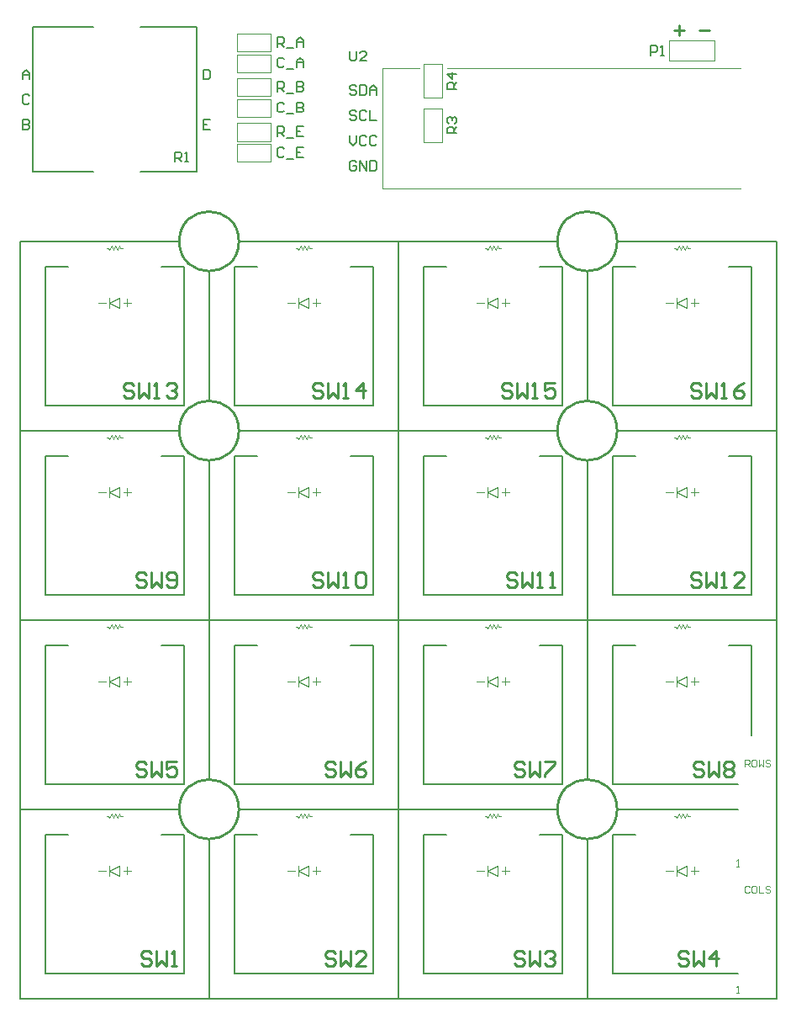
<source format=gto>
G04*
G04 #@! TF.GenerationSoftware,Altium Limited,Altium Designer,22.5.1 (42)*
G04*
G04 Layer_Color=65535*
%FSLAX25Y25*%
%MOIN*%
G70*
G04*
G04 #@! TF.SameCoordinates,32CAE8D4-DEE8-46DF-9E53-7CF4BD0C5003*
G04*
G04*
G04 #@! TF.FilePolarity,Positive*
G04*
G01*
G75*
%ADD10C,0.01000*%
%ADD11C,0.00787*%
%ADD12C,0.00394*%
%ADD13C,0.00591*%
D10*
X86808Y75000D02*
G03*
X86808Y75000I-11808J0D01*
G01*
X236805Y300001D02*
G03*
X236805Y300001I-11808J0D01*
G01*
X86808D02*
G03*
X86808Y300001I-11808J0D01*
G01*
X236805Y225001D02*
G03*
X236805Y225001I-11808J0D01*
G01*
X86808Y225001D02*
G03*
X86808Y225001I-11808J0D01*
G01*
X236805Y75000D02*
G03*
X236805Y75000I-11808J0D01*
G01*
X271059Y93006D02*
X270059Y94006D01*
X268060D01*
X267060Y93006D01*
Y92007D01*
X268060Y91007D01*
X270059D01*
X271059Y90007D01*
Y89008D01*
X270059Y88008D01*
X268060D01*
X267060Y89008D01*
X273058Y94006D02*
Y88008D01*
X275058Y90007D01*
X277057Y88008D01*
Y94006D01*
X279056Y93006D02*
X280056Y94006D01*
X282055D01*
X283055Y93006D01*
Y92007D01*
X282055Y91007D01*
X283055Y90007D01*
Y89008D01*
X282055Y88008D01*
X280056D01*
X279056Y89008D01*
Y90007D01*
X280056Y91007D01*
X279056Y92007D01*
Y93006D01*
X280056Y91007D02*
X282055D01*
X269339Y383661D02*
X273338D01*
X259339D02*
X263338D01*
X261339Y385661D02*
Y381662D01*
X269998Y243004D02*
X268998Y244003D01*
X266999D01*
X265999Y243004D01*
Y242004D01*
X266999Y241004D01*
X268998D01*
X269998Y240004D01*
Y239005D01*
X268998Y238005D01*
X266999D01*
X265999Y239005D01*
X271997Y244003D02*
Y238005D01*
X273996Y240004D01*
X275996Y238005D01*
Y244003D01*
X277995Y238005D02*
X279994D01*
X278995D01*
Y244003D01*
X277995Y243004D01*
X286992Y244003D02*
X284993Y243004D01*
X282993Y241004D01*
Y239005D01*
X283993Y238005D01*
X285993D01*
X286992Y239005D01*
Y240004D01*
X285993Y241004D01*
X282993D01*
X194998Y243004D02*
X193998Y244003D01*
X191999D01*
X190999Y243004D01*
Y242004D01*
X191999Y241004D01*
X193998D01*
X194998Y240004D01*
Y239005D01*
X193998Y238005D01*
X191999D01*
X190999Y239005D01*
X196997Y244003D02*
Y238005D01*
X198996Y240004D01*
X200996Y238005D01*
Y244003D01*
X202995Y238005D02*
X204994D01*
X203995D01*
Y244003D01*
X202995Y243004D01*
X211992Y244003D02*
X207993D01*
Y241004D01*
X209993Y242004D01*
X210993D01*
X211992Y241004D01*
Y239005D01*
X210993Y238005D01*
X208993D01*
X207993Y239005D01*
X119998Y243004D02*
X118998Y244003D01*
X116999D01*
X115999Y243004D01*
Y242004D01*
X116999Y241004D01*
X118998D01*
X119998Y240004D01*
Y239005D01*
X118998Y238005D01*
X116999D01*
X115999Y239005D01*
X121997Y244003D02*
Y238005D01*
X123996Y240004D01*
X125996Y238005D01*
Y244003D01*
X127995Y238005D02*
X129994D01*
X128995D01*
Y244003D01*
X127995Y243004D01*
X135993Y238005D02*
Y244003D01*
X132993Y241004D01*
X136992D01*
X44998Y243004D02*
X43998Y244003D01*
X41999D01*
X40999Y243004D01*
Y242004D01*
X41999Y241004D01*
X43998D01*
X44998Y240004D01*
Y239005D01*
X43998Y238005D01*
X41999D01*
X40999Y239005D01*
X46997Y244003D02*
Y238005D01*
X48996Y240004D01*
X50996Y238005D01*
Y244003D01*
X52995Y238005D02*
X54994D01*
X53995D01*
Y244003D01*
X52995Y243004D01*
X57993D02*
X58993Y244003D01*
X60992D01*
X61992Y243004D01*
Y242004D01*
X60992Y241004D01*
X59993D01*
X60992D01*
X61992Y240004D01*
Y239005D01*
X60992Y238005D01*
X58993D01*
X57993Y239005D01*
X269998Y168003D02*
X268998Y169003D01*
X266999D01*
X265999Y168003D01*
Y167004D01*
X266999Y166004D01*
X268998D01*
X269998Y165005D01*
Y164005D01*
X268998Y163005D01*
X266999D01*
X265999Y164005D01*
X271997Y169003D02*
Y163005D01*
X273996Y165005D01*
X275996Y163005D01*
Y169003D01*
X277995Y163005D02*
X279994D01*
X278995D01*
Y169003D01*
X277995Y168003D01*
X286992Y163005D02*
X282993D01*
X286992Y167004D01*
Y168003D01*
X285993Y169003D01*
X283993D01*
X282993Y168003D01*
X196997D02*
X195997Y169003D01*
X193998D01*
X192998Y168003D01*
Y167004D01*
X193998Y166004D01*
X195997D01*
X196997Y165005D01*
Y164005D01*
X195997Y163005D01*
X193998D01*
X192998Y164005D01*
X198996Y169003D02*
Y163005D01*
X200996Y165005D01*
X202995Y163005D01*
Y169003D01*
X204994Y163005D02*
X206994D01*
X205994D01*
Y169003D01*
X204994Y168003D01*
X209993Y163005D02*
X211992D01*
X210993D01*
Y169003D01*
X209993Y168003D01*
X119998D02*
X118998Y169003D01*
X116999D01*
X115999Y168003D01*
Y167004D01*
X116999Y166004D01*
X118998D01*
X119998Y165005D01*
Y164005D01*
X118998Y163005D01*
X116999D01*
X115999Y164005D01*
X121997Y169003D02*
Y163005D01*
X123996Y165005D01*
X125996Y163005D01*
Y169003D01*
X127995Y163005D02*
X129994D01*
X128995D01*
Y169003D01*
X127995Y168003D01*
X132993D02*
X133993Y169003D01*
X135993D01*
X136992Y168003D01*
Y164005D01*
X135993Y163005D01*
X133993D01*
X132993Y164005D01*
Y168003D01*
X49996D02*
X48996Y169003D01*
X46997D01*
X45997Y168003D01*
Y167004D01*
X46997Y166004D01*
X48996D01*
X49996Y165005D01*
Y164005D01*
X48996Y163005D01*
X46997D01*
X45997Y164005D01*
X51995Y169003D02*
Y163005D01*
X53995Y165005D01*
X55994Y163005D01*
Y169003D01*
X57993Y164005D02*
X58993Y163005D01*
X60992D01*
X61992Y164005D01*
Y168003D01*
X60992Y169003D01*
X58993D01*
X57993Y168003D01*
Y167004D01*
X58993Y166004D01*
X61992D01*
X199996Y93003D02*
X198996Y94003D01*
X196997D01*
X195997Y93003D01*
Y92004D01*
X196997Y91004D01*
X198996D01*
X199996Y90004D01*
Y89005D01*
X198996Y88005D01*
X196997D01*
X195997Y89005D01*
X201995Y94003D02*
Y88005D01*
X203995Y90004D01*
X205994Y88005D01*
Y94003D01*
X207993D02*
X211992D01*
Y93003D01*
X207993Y89005D01*
Y88005D01*
X124996Y93003D02*
X123996Y94003D01*
X121997D01*
X120997Y93003D01*
Y92004D01*
X121997Y91004D01*
X123996D01*
X124996Y90004D01*
Y89005D01*
X123996Y88005D01*
X121997D01*
X120997Y89005D01*
X126995Y94003D02*
Y88005D01*
X128995Y90004D01*
X130994Y88005D01*
Y94003D01*
X136992D02*
X134993Y93003D01*
X132993Y91004D01*
Y89005D01*
X133993Y88005D01*
X135993D01*
X136992Y89005D01*
Y90004D01*
X135993Y91004D01*
X132993D01*
X49996Y93003D02*
X48996Y94003D01*
X46997D01*
X45997Y93003D01*
Y92004D01*
X46997Y91004D01*
X48996D01*
X49996Y90004D01*
Y89005D01*
X48996Y88005D01*
X46997D01*
X45997Y89005D01*
X51995Y94003D02*
Y88005D01*
X53995Y90004D01*
X55994Y88005D01*
Y94003D01*
X61992D02*
X57993D01*
Y91004D01*
X59993Y92004D01*
X60992D01*
X61992Y91004D01*
Y89005D01*
X60992Y88005D01*
X58993D01*
X57993Y89005D01*
X265154Y18006D02*
X264154Y19006D01*
X262155D01*
X261155Y18006D01*
Y17007D01*
X262155Y16007D01*
X264154D01*
X265154Y15007D01*
Y14008D01*
X264154Y13008D01*
X262155D01*
X261155Y14008D01*
X267153Y19006D02*
Y13008D01*
X269152Y15007D01*
X271151Y13008D01*
Y19006D01*
X276150Y13008D02*
Y19006D01*
X273151Y16007D01*
X277150D01*
X199996Y18004D02*
X198996Y19003D01*
X196997D01*
X195997Y18004D01*
Y17004D01*
X196997Y16004D01*
X198996D01*
X199996Y15004D01*
Y14005D01*
X198996Y13005D01*
X196997D01*
X195997Y14005D01*
X201995Y19003D02*
Y13005D01*
X203995Y15004D01*
X205994Y13005D01*
Y19003D01*
X207993Y18004D02*
X208993Y19003D01*
X210993D01*
X211992Y18004D01*
Y17004D01*
X210993Y16004D01*
X209993D01*
X210993D01*
X211992Y15004D01*
Y14005D01*
X210993Y13005D01*
X208993D01*
X207993Y14005D01*
X124996Y18004D02*
X123996Y19003D01*
X121997D01*
X120997Y18004D01*
Y17004D01*
X121997Y16004D01*
X123996D01*
X124996Y15004D01*
Y14005D01*
X123996Y13005D01*
X121997D01*
X120997Y14005D01*
X126995Y19003D02*
Y13005D01*
X128995Y15004D01*
X130994Y13005D01*
Y19003D01*
X136992Y13005D02*
X132993D01*
X136992Y17004D01*
Y18004D01*
X135993Y19003D01*
X133993D01*
X132993Y18004D01*
X51995D02*
X50996Y19003D01*
X48996D01*
X47997Y18004D01*
Y17004D01*
X48996Y16004D01*
X50996D01*
X51995Y15004D01*
Y14005D01*
X50996Y13005D01*
X48996D01*
X47997Y14005D01*
X53995Y19003D02*
Y13005D01*
X55994Y15004D01*
X57993Y13005D01*
Y19003D01*
X59993Y13005D02*
X61992D01*
X60992D01*
Y19003D01*
X59993Y18004D01*
D11*
X5018Y327510D02*
X29134D01*
X47835D02*
X69978D01*
X47835Y384991D02*
X69978D01*
X5018D02*
X29134D01*
X289997Y104331D02*
Y140000D01*
X234997Y85000D02*
X284842D01*
X234997Y10000D02*
X284842D01*
X236805Y75000D02*
X284842D01*
X224997Y236809D02*
Y288192D01*
X74998Y236810D02*
Y288192D01*
X149997Y300001D02*
X213186D01*
X236805D02*
X299994D01*
X0D02*
X63189D01*
X86808D02*
X149997D01*
Y225000D02*
X213186D01*
X236805D02*
X299994D01*
X224995Y150001D02*
Y213189D01*
X0Y225001D02*
X63189D01*
X86808D02*
X149997D01*
X74998Y150001D02*
Y213190D01*
X149997Y75000D02*
X213186D01*
X224994Y86811D02*
Y150000D01*
X224995Y-0D02*
Y63189D01*
X74998Y0D02*
Y63189D01*
X86808Y75000D02*
X149997D01*
X74997Y86811D02*
Y150000D01*
X0Y75000D02*
X63189D01*
X234997Y290001D02*
X243993D01*
X281001D02*
X289997D01*
Y235001D02*
Y290001D01*
X234997Y235001D02*
X289997D01*
X234997D02*
Y290001D01*
X299997Y225001D02*
Y300001D01*
X159997Y290001D02*
X168993D01*
X206001D02*
X214997D01*
Y235001D02*
Y290001D01*
X159997Y235001D02*
X214997D01*
X159997D02*
Y290001D01*
X149997Y225001D02*
Y300001D01*
X84997Y290001D02*
X93993D01*
X131001D02*
X139997D01*
Y235001D02*
Y290001D01*
X84997Y235001D02*
X139997D01*
X84997D02*
Y290001D01*
X149997Y225001D02*
Y300001D01*
X9998Y290001D02*
X18994D01*
X56002D02*
X64998D01*
Y235001D02*
Y290001D01*
X9998Y235001D02*
X64998D01*
X9998D02*
Y290001D01*
X-2Y225001D02*
Y300001D01*
X234997Y215001D02*
X243993D01*
X281001D02*
X289997D01*
Y160001D02*
Y215001D01*
X234997Y160001D02*
X289997D01*
X234997D02*
Y215001D01*
X224997Y150001D02*
X299997D01*
Y225001D01*
X159997Y215001D02*
X168993D01*
X206001D02*
X214997D01*
Y160001D02*
Y215001D01*
X159997Y160001D02*
X214997D01*
X159997D02*
Y215001D01*
X149997Y150001D02*
Y225001D01*
Y150001D02*
X224997D01*
X84997Y215001D02*
X93993D01*
X131001D02*
X139997D01*
Y160001D02*
Y215001D01*
X84997Y160001D02*
X139997D01*
X84997D02*
Y215001D01*
X74997Y150001D02*
X149997D01*
Y225001D01*
X9998Y215001D02*
X18994D01*
X56002D02*
X64998D01*
Y160001D02*
Y215001D01*
X9998Y160001D02*
X64998D01*
X9998D02*
Y215001D01*
X-2Y150001D02*
Y225001D01*
Y150001D02*
X74998D01*
X234997Y140000D02*
X243993D01*
X281001D02*
X289997D01*
X234997Y85000D02*
Y140000D01*
X224997Y150000D02*
X299997D01*
Y75000D02*
Y150000D01*
X159997Y140000D02*
X168993D01*
X206001D02*
X214997D01*
Y85000D02*
Y140000D01*
X159997Y85000D02*
X214997D01*
X159997D02*
Y140000D01*
X149997Y150000D02*
X224997D01*
X149997Y75000D02*
Y150000D01*
X84997Y140000D02*
X93993D01*
X131001D02*
X139997D01*
Y85000D02*
Y140000D01*
X84997Y85000D02*
X139997D01*
X84997D02*
Y140000D01*
X74997Y150000D02*
X149997D01*
Y75000D02*
Y150000D01*
X9998Y140000D02*
X18994D01*
X56002D02*
X64998D01*
Y85000D02*
Y140000D01*
X9998Y85000D02*
X64998D01*
X9998D02*
Y140000D01*
X-2Y150000D02*
X74998D01*
X-2Y75000D02*
Y150000D01*
X234997Y65000D02*
X243993D01*
X234997Y10000D02*
Y65000D01*
X224997Y0D02*
X299997D01*
Y75000D01*
X159997Y65000D02*
X168993D01*
X206001D02*
X214997D01*
Y10000D02*
Y65000D01*
X159997Y10000D02*
X214997D01*
X159997D02*
Y65000D01*
X149997Y0D02*
Y75000D01*
Y0D02*
X224997D01*
X84997Y65000D02*
X93993D01*
X131001D02*
X139997D01*
Y10000D02*
Y65000D01*
X84997Y10000D02*
X139997D01*
X84997D02*
Y65000D01*
X74997Y0D02*
X149997D01*
Y75000D01*
X9998Y65000D02*
X18994D01*
X56002D02*
X64998D01*
Y10000D02*
Y65000D01*
X9998Y10000D02*
X64998D01*
X9998D02*
Y65000D01*
X-2Y0D02*
Y75000D01*
Y0D02*
X74998D01*
X5018Y327510D02*
Y384991D01*
X69978Y327510D02*
Y384991D01*
D12*
X169291Y368662D02*
X285777D01*
X143698D02*
X158268D01*
X143698Y321024D02*
Y368662D01*
Y321024D02*
X285777D01*
X160236Y356890D02*
Y370276D01*
X167323D01*
Y356890D02*
Y370276D01*
X160236Y356890D02*
X167323D01*
Y339370D02*
Y352756D01*
X160236Y339370D02*
X167323D01*
X160236D02*
Y352756D01*
X167323D01*
X275394Y371654D02*
Y379528D01*
X257283D02*
X275394D01*
X257283Y371654D02*
Y379528D01*
Y371654D02*
X275394D01*
X99410Y375197D02*
Y382283D01*
X86024D02*
X99410D01*
X86024Y375197D02*
Y382283D01*
Y375197D02*
X99410D01*
X86024Y366929D02*
X99410D01*
X86024D02*
Y374016D01*
X99410D01*
Y366929D02*
Y374016D01*
Y357480D02*
Y364567D01*
X86024D02*
X99410D01*
X86024Y357480D02*
Y364567D01*
Y357480D02*
X99410D01*
X86024Y356299D02*
X99410D01*
Y349213D02*
Y356299D01*
X86024Y349213D02*
X99410D01*
X86024D02*
Y356299D01*
Y339764D02*
Y346850D01*
Y339764D02*
X99410D01*
Y346850D01*
X86024D02*
X99410D01*
X86024Y338583D02*
X99410D01*
Y331496D02*
Y338583D01*
X86024Y331496D02*
X99410D01*
X86024D02*
Y338583D01*
X255954Y275690D02*
X258954D01*
X267418Y274190D02*
Y277190D01*
X265918Y275690D02*
X268918D01*
X264269Y273721D02*
Y277658D01*
X260332Y275690D02*
X264269Y277658D01*
X260332Y275690D02*
X264269Y273721D01*
X260332D02*
Y277658D01*
X264859Y297343D02*
X265647D01*
X264466Y298131D02*
X264859Y297343D01*
X263678Y296556D02*
X264466Y298131D01*
X262891D02*
X263678Y296556D01*
X262103D02*
X262891Y298131D01*
X261316D02*
X262103Y296556D01*
X260529D02*
X261316Y298131D01*
X260135Y297343D02*
X260529Y296556D01*
X259348Y297343D02*
X260135D01*
X180954Y275690D02*
X183954D01*
X192418Y274190D02*
Y277190D01*
X190918Y275690D02*
X193918D01*
X189269Y273721D02*
Y277658D01*
X185332Y275690D02*
X189269Y277658D01*
X185332Y275690D02*
X189269Y273721D01*
X185332D02*
Y277658D01*
X189859Y297343D02*
X190647D01*
X189466Y298131D02*
X189859Y297343D01*
X188678Y296556D02*
X189466Y298131D01*
X187891D02*
X188678Y296556D01*
X187103D02*
X187891Y298131D01*
X186316D02*
X187103Y296556D01*
X185529D02*
X186316Y298131D01*
X185135Y297343D02*
X185529Y296556D01*
X184347Y297343D02*
X185135D01*
X105954Y275690D02*
X108954D01*
X117418Y274190D02*
Y277190D01*
X115918Y275690D02*
X118918D01*
X114269Y273721D02*
Y277658D01*
X110332Y275690D02*
X114269Y277658D01*
X110332Y275690D02*
X114269Y273721D01*
X110332D02*
Y277658D01*
X114859Y297343D02*
X115647D01*
X114466Y298131D02*
X114859Y297343D01*
X113678Y296556D02*
X114466Y298131D01*
X112891D02*
X113678Y296556D01*
X112103D02*
X112891Y298131D01*
X111316D02*
X112103Y296556D01*
X110529D02*
X111316Y298131D01*
X110135Y297343D02*
X110529Y296556D01*
X109347Y297343D02*
X110135D01*
X30955Y275690D02*
X33955D01*
X42419Y274190D02*
Y277190D01*
X40919Y275690D02*
X43919D01*
X39270Y273721D02*
Y277658D01*
X35333Y275690D02*
X39270Y277658D01*
X35333Y275690D02*
X39270Y273721D01*
X35333D02*
Y277658D01*
X39860Y297343D02*
X40648D01*
X39466Y298131D02*
X39860Y297343D01*
X38679Y296556D02*
X39466Y298131D01*
X37892D02*
X38679Y296556D01*
X37104D02*
X37892Y298131D01*
X36317D02*
X37104Y296556D01*
X35529D02*
X36317Y298131D01*
X35136Y297343D02*
X35529Y296556D01*
X34348Y297343D02*
X35136D01*
X255954Y200690D02*
X258954D01*
X267418Y199190D02*
Y202190D01*
X265918Y200690D02*
X268918D01*
X264269Y198721D02*
Y202658D01*
X260332Y200690D02*
X264269Y202658D01*
X260332Y200690D02*
X264269Y198721D01*
X260332D02*
Y202658D01*
X264859Y222343D02*
X265647D01*
X264466Y223131D02*
X264859Y222343D01*
X263678Y221556D02*
X264466Y223131D01*
X262891D02*
X263678Y221556D01*
X262103D02*
X262891Y223131D01*
X261316D02*
X262103Y221556D01*
X260529D02*
X261316Y223131D01*
X260135Y222343D02*
X260529Y221556D01*
X259348Y222343D02*
X260135D01*
X180954Y200690D02*
X183954D01*
X192418Y199190D02*
Y202190D01*
X190918Y200690D02*
X193918D01*
X189269Y198721D02*
Y202658D01*
X185332Y200690D02*
X189269Y202658D01*
X185332Y200690D02*
X189269Y198721D01*
X185332D02*
Y202658D01*
X189859Y222343D02*
X190647D01*
X189466Y223131D02*
X189859Y222343D01*
X188678Y221556D02*
X189466Y223131D01*
X187891D02*
X188678Y221556D01*
X187103D02*
X187891Y223131D01*
X186316D02*
X187103Y221556D01*
X185529D02*
X186316Y223131D01*
X185135Y222343D02*
X185529Y221556D01*
X184347Y222343D02*
X185135D01*
X105954Y200690D02*
X108954D01*
X117418Y199190D02*
Y202190D01*
X115918Y200690D02*
X118918D01*
X114269Y198721D02*
Y202658D01*
X110332Y200690D02*
X114269Y202658D01*
X110332Y200690D02*
X114269Y198721D01*
X110332D02*
Y202658D01*
X114859Y222343D02*
X115647D01*
X114466Y223131D02*
X114859Y222343D01*
X113678Y221556D02*
X114466Y223131D01*
X112891D02*
X113678Y221556D01*
X112103D02*
X112891Y223131D01*
X111316D02*
X112103Y221556D01*
X110529D02*
X111316Y223131D01*
X110135Y222343D02*
X110529Y221556D01*
X109347Y222343D02*
X110135D01*
X30955Y200690D02*
X33955D01*
X42419Y199190D02*
Y202190D01*
X40919Y200690D02*
X43919D01*
X39270Y198721D02*
Y202658D01*
X35333Y200690D02*
X39270Y202658D01*
X35333Y200690D02*
X39270Y198721D01*
X35333D02*
Y202658D01*
X39860Y222343D02*
X40648D01*
X39466Y223131D02*
X39860Y222343D01*
X38679Y221556D02*
X39466Y223131D01*
X37892D02*
X38679Y221556D01*
X37104D02*
X37892Y223131D01*
X36317D02*
X37104Y221556D01*
X35529D02*
X36317Y223131D01*
X35136Y222343D02*
X35529Y221556D01*
X34348Y222343D02*
X35136D01*
X255954Y125689D02*
X258954D01*
X267418Y124189D02*
Y127189D01*
X265918Y125689D02*
X268918D01*
X264269Y123720D02*
Y127657D01*
X260332Y125689D02*
X264269Y127657D01*
X260332Y125689D02*
X264269Y123720D01*
X260332D02*
Y127657D01*
X264859Y147342D02*
X265647D01*
X264466Y148130D02*
X264859Y147342D01*
X263678Y146555D02*
X264466Y148130D01*
X262891D02*
X263678Y146555D01*
X262103D02*
X262891Y148130D01*
X261316D02*
X262103Y146555D01*
X260529D02*
X261316Y148130D01*
X260135Y147342D02*
X260529Y146555D01*
X259348Y147342D02*
X260135D01*
X180954Y125689D02*
X183954D01*
X192418Y124189D02*
Y127189D01*
X190918Y125689D02*
X193918D01*
X189269Y123720D02*
Y127657D01*
X185332Y125689D02*
X189269Y127657D01*
X185332Y125689D02*
X189269Y123720D01*
X185332D02*
Y127657D01*
X189859Y147342D02*
X190647D01*
X189466Y148130D02*
X189859Y147342D01*
X188678Y146555D02*
X189466Y148130D01*
X187891D02*
X188678Y146555D01*
X187103D02*
X187891Y148130D01*
X186316D02*
X187103Y146555D01*
X185529D02*
X186316Y148130D01*
X185135Y147342D02*
X185529Y146555D01*
X184347Y147342D02*
X185135D01*
X105954Y125689D02*
X108954D01*
X117418Y124189D02*
Y127189D01*
X115918Y125689D02*
X118918D01*
X114269Y123720D02*
Y127657D01*
X110332Y125689D02*
X114269Y127657D01*
X110332Y125689D02*
X114269Y123720D01*
X110332D02*
Y127657D01*
X114859Y147342D02*
X115647D01*
X114466Y148130D02*
X114859Y147342D01*
X113678Y146555D02*
X114466Y148130D01*
X112891D02*
X113678Y146555D01*
X112103D02*
X112891Y148130D01*
X111316D02*
X112103Y146555D01*
X110529D02*
X111316Y148130D01*
X110135Y147342D02*
X110529Y146555D01*
X109347Y147342D02*
X110135D01*
X30955Y125689D02*
X33955D01*
X42419Y124189D02*
Y127189D01*
X40919Y125689D02*
X43919D01*
X39270Y123720D02*
Y127657D01*
X35333Y125689D02*
X39270Y127657D01*
X35333Y125689D02*
X39270Y123720D01*
X35333D02*
Y127657D01*
X39860Y147342D02*
X40648D01*
X39466Y148130D02*
X39860Y147342D01*
X38679Y146555D02*
X39466Y148130D01*
X37892D02*
X38679Y146555D01*
X37104D02*
X37892Y148130D01*
X36317D02*
X37104Y146555D01*
X35529D02*
X36317Y148130D01*
X35136Y147342D02*
X35529Y146555D01*
X34348Y147342D02*
X35136D01*
X255954Y50689D02*
X258954D01*
X267418Y49189D02*
Y52189D01*
X265918Y50689D02*
X268918D01*
X264269Y48720D02*
Y52658D01*
X260332Y50689D02*
X264269Y52658D01*
X260332Y50689D02*
X264269Y48720D01*
X260332D02*
Y52658D01*
X264859Y72342D02*
X265647D01*
X264466Y73130D02*
X264859Y72342D01*
X263678Y71555D02*
X264466Y73130D01*
X262891D02*
X263678Y71555D01*
X262103D02*
X262891Y73130D01*
X261316D02*
X262103Y71555D01*
X260529D02*
X261316Y73130D01*
X260135Y72342D02*
X260529Y71555D01*
X259348Y72342D02*
X260135D01*
X180954Y50689D02*
X183954D01*
X192418Y49189D02*
Y52189D01*
X190918Y50689D02*
X193918D01*
X189269Y48720D02*
Y52658D01*
X185332Y50689D02*
X189269Y52658D01*
X185332Y50689D02*
X189269Y48720D01*
X185332D02*
Y52658D01*
X189859Y72342D02*
X190647D01*
X189466Y73130D02*
X189859Y72342D01*
X188678Y71555D02*
X189466Y73130D01*
X187891D02*
X188678Y71555D01*
X187103D02*
X187891Y73130D01*
X186316D02*
X187103Y71555D01*
X185529D02*
X186316Y73130D01*
X185135Y72342D02*
X185529Y71555D01*
X184347Y72342D02*
X185135D01*
X105954Y50689D02*
X108954D01*
X117418Y49189D02*
Y52189D01*
X115918Y50689D02*
X118918D01*
X114269Y48720D02*
Y52658D01*
X110332Y50689D02*
X114269Y52658D01*
X110332Y50689D02*
X114269Y48720D01*
X110332D02*
Y52658D01*
X114859Y72342D02*
X115647D01*
X114466Y73130D02*
X114859Y72342D01*
X113678Y71555D02*
X114466Y73130D01*
X112891D02*
X113678Y71555D01*
X112103D02*
X112891Y73130D01*
X111316D02*
X112103Y71555D01*
X110529D02*
X111316Y73130D01*
X110135Y72342D02*
X110529Y71555D01*
X109347Y72342D02*
X110135D01*
X30955Y50689D02*
X33955D01*
X42419Y49189D02*
Y52189D01*
X40919Y50689D02*
X43919D01*
X39270Y48720D02*
Y52658D01*
X35333Y50689D02*
X39270Y52658D01*
X35333Y50689D02*
X39270Y48720D01*
X35333D02*
Y52658D01*
X39860Y72342D02*
X40648D01*
X39466Y73130D02*
X39860Y72342D01*
X38679Y71555D02*
X39466Y73130D01*
X37892D02*
X38679Y71555D01*
X37104D02*
X37892Y73130D01*
X36317D02*
X37104Y71555D01*
X35529D02*
X36317Y73130D01*
X35136Y72342D02*
X35529Y71555D01*
X34348Y72342D02*
X35136D01*
X284187Y52362D02*
X285105D01*
X284646D01*
Y55117D01*
X284187Y54658D01*
Y2165D02*
X285105D01*
X284646D01*
Y4920D01*
X284187Y4461D01*
X287469Y91929D02*
Y94684D01*
X288846D01*
X289305Y94225D01*
Y93307D01*
X288846Y92848D01*
X287469D01*
X288387D02*
X289305Y91929D01*
X291601Y94684D02*
X290683D01*
X290224Y94225D01*
Y92388D01*
X290683Y91929D01*
X291601D01*
X292060Y92388D01*
Y94225D01*
X291601Y94684D01*
X292979D02*
Y91929D01*
X293897Y92848D01*
X294815Y91929D01*
Y94684D01*
X297571Y94225D02*
X297111Y94684D01*
X296193D01*
X295734Y94225D01*
Y93766D01*
X296193Y93307D01*
X297111D01*
X297571Y92848D01*
Y92388D01*
X297111Y91929D01*
X296193D01*
X295734Y92388D01*
X289305Y44225D02*
X288846Y44684D01*
X287928D01*
X287469Y44225D01*
Y42388D01*
X287928Y41929D01*
X288846D01*
X289305Y42388D01*
X291601Y44684D02*
X290683D01*
X290224Y44225D01*
Y42388D01*
X290683Y41929D01*
X291601D01*
X292060Y42388D01*
Y44225D01*
X291601Y44684D01*
X292979D02*
Y41929D01*
X294815D01*
X297571Y44225D02*
X297111Y44684D01*
X296193D01*
X295734Y44225D01*
Y43766D01*
X296193Y43307D01*
X297111D01*
X297571Y42847D01*
Y42388D01*
X297111Y41929D01*
X296193D01*
X295734Y42388D01*
D13*
X133526Y331194D02*
X132870Y331850D01*
X131559D01*
X130903Y331194D01*
Y328570D01*
X131559Y327914D01*
X132870D01*
X133526Y328570D01*
Y329882D01*
X132214D01*
X134838Y327914D02*
Y331850D01*
X137462Y327914D01*
Y331850D01*
X138774D02*
Y327914D01*
X140742D01*
X141398Y328570D01*
Y331194D01*
X140742Y331850D01*
X138774D01*
X130903Y341850D02*
Y339226D01*
X132214Y337914D01*
X133526Y339226D01*
Y341850D01*
X137462Y341194D02*
X136806Y341850D01*
X135494D01*
X134838Y341194D01*
Y338570D01*
X135494Y337914D01*
X136806D01*
X137462Y338570D01*
X141398Y341194D02*
X140742Y341850D01*
X139430D01*
X138774Y341194D01*
Y338570D01*
X139430Y337914D01*
X140742D01*
X141398Y338570D01*
X133526Y351194D02*
X132870Y351850D01*
X131559D01*
X130903Y351194D01*
Y350538D01*
X131559Y349882D01*
X132870D01*
X133526Y349226D01*
Y348570D01*
X132870Y347914D01*
X131559D01*
X130903Y348570D01*
X137462Y351194D02*
X136806Y351850D01*
X135494D01*
X134838Y351194D01*
Y348570D01*
X135494Y347914D01*
X136806D01*
X137462Y348570D01*
X138774Y351850D02*
Y347914D01*
X141398D01*
X133526Y361194D02*
X132870Y361850D01*
X131559D01*
X130903Y361194D01*
Y360538D01*
X131559Y359882D01*
X132870D01*
X133526Y359226D01*
Y358570D01*
X132870Y357914D01*
X131559D01*
X130903Y358570D01*
X134838Y361850D02*
Y357914D01*
X136806D01*
X137462Y358570D01*
Y361194D01*
X136806Y361850D01*
X134838D01*
X138774Y357914D02*
Y360538D01*
X140086Y361850D01*
X141398Y360538D01*
Y357914D01*
Y359882D01*
X138774D01*
X1016Y364125D02*
Y366749D01*
X2328Y368061D01*
X3640Y366749D01*
Y364125D01*
Y366093D01*
X1016D01*
X3640Y357562D02*
X2984Y358219D01*
X1672D01*
X1016Y357562D01*
Y354939D01*
X1672Y354283D01*
X2984D01*
X3640Y354939D01*
X1016Y348376D02*
Y344440D01*
X2984D01*
X3640Y345096D01*
Y345752D01*
X2984Y346408D01*
X1016D01*
X2984D01*
X3640Y347064D01*
Y347720D01*
X2984Y348376D01*
X1016D01*
X72669Y368061D02*
Y364125D01*
X74637D01*
X75293Y364781D01*
Y367405D01*
X74637Y368061D01*
X72669D01*
X75293Y348376D02*
X72669D01*
Y344440D01*
X75293D01*
X72669Y346408D02*
X73981D01*
X173228Y360303D02*
X169292D01*
Y362271D01*
X169948Y362927D01*
X171260D01*
X171916Y362271D01*
Y360303D01*
Y361615D02*
X173228Y362927D01*
Y366207D02*
X169292D01*
X171260Y364239D01*
Y366863D01*
X173228Y342783D02*
X169292D01*
Y344751D01*
X169948Y345407D01*
X171260D01*
X171916Y344751D01*
Y342783D01*
Y344095D02*
X173228Y345407D01*
X169948Y346719D02*
X169292Y347375D01*
Y348687D01*
X169948Y349343D01*
X170604D01*
X171260Y348687D01*
Y348031D01*
Y348687D01*
X171916Y349343D01*
X172572D01*
X173228Y348687D01*
Y347375D01*
X172572Y346719D01*
X130861Y375397D02*
Y372117D01*
X131517Y371461D01*
X132828D01*
X133484Y372117D01*
Y375397D01*
X137420Y371461D02*
X134796D01*
X137420Y374085D01*
Y374741D01*
X136764Y375397D01*
X135452D01*
X134796Y374741D01*
X101969Y341667D02*
Y345603D01*
X103936D01*
X104592Y344947D01*
Y343635D01*
X103936Y342979D01*
X101969D01*
X103280D02*
X104592Y341667D01*
X105904Y341011D02*
X108528D01*
X112464Y345603D02*
X109840D01*
Y341667D01*
X112464D01*
X109840Y343635D02*
X111152D01*
X101969Y359384D02*
Y363319D01*
X103936D01*
X104592Y362664D01*
Y361352D01*
X103936Y360696D01*
X101969D01*
X103280D02*
X104592Y359384D01*
X105904Y358728D02*
X108528D01*
X109840Y363319D02*
Y359384D01*
X111808D01*
X112464Y360040D01*
Y360696D01*
X111808Y361352D01*
X109840D01*
X111808D01*
X112464Y362007D01*
Y362664D01*
X111808Y363319D01*
X109840D01*
X101969Y377100D02*
Y381036D01*
X103936D01*
X104592Y380380D01*
Y379068D01*
X103936Y378412D01*
X101969D01*
X103280D02*
X104592Y377100D01*
X105904Y376444D02*
X108528D01*
X109840Y377100D02*
Y379724D01*
X111152Y381036D01*
X112464Y379724D01*
Y377100D01*
Y379068D01*
X109840D01*
X61353Y331494D02*
Y335430D01*
X63320D01*
X63976Y334774D01*
Y333462D01*
X63320Y332806D01*
X61353D01*
X62665D02*
X63976Y331494D01*
X65288D02*
X66600D01*
X65944D01*
Y335430D01*
X65288Y334774D01*
X250132Y373623D02*
Y377558D01*
X252100D01*
X252756Y376903D01*
Y375590D01*
X252100Y374935D01*
X250132D01*
X254068Y373623D02*
X255380D01*
X254724D01*
Y377558D01*
X254068Y376903D01*
X104592Y336679D02*
X103936Y337335D01*
X102624D01*
X101969Y336679D01*
Y334055D01*
X102624Y333400D01*
X103936D01*
X104592Y334055D01*
X105904Y332744D02*
X108528D01*
X112464Y337335D02*
X109840D01*
Y333400D01*
X112464D01*
X109840Y335367D02*
X111152D01*
X104592Y354396D02*
X103936Y355052D01*
X102624D01*
X101969Y354396D01*
Y351772D01*
X102624Y351116D01*
X103936D01*
X104592Y351772D01*
X105904Y350460D02*
X108528D01*
X109840Y355052D02*
Y351116D01*
X111808D01*
X112464Y351772D01*
Y352428D01*
X111808Y353084D01*
X109840D01*
X111808D01*
X112464Y353740D01*
Y354396D01*
X111808Y355052D01*
X109840D01*
X104592Y372112D02*
X103936Y372768D01*
X102624D01*
X101969Y372112D01*
Y369489D01*
X102624Y368833D01*
X103936D01*
X104592Y369489D01*
X105904Y368177D02*
X108528D01*
X109840Y368833D02*
Y371456D01*
X111152Y372768D01*
X112464Y371456D01*
Y368833D01*
Y370800D01*
X109840D01*
M02*

</source>
